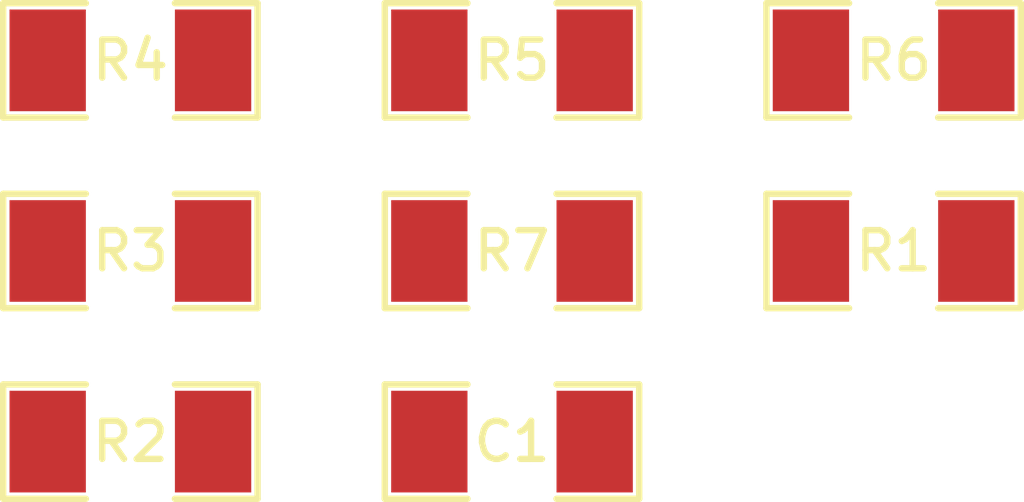
<source format=kicad_pcb>
(kicad_pcb (version 3) (host pcbnew "(2013-07-07 BZR 4022)-stable")

  (general
    (links 7)
    (no_connects 7)
    (area 0 0 0 0)
    (thickness 1.6)
    (drawings 0)
    (tracks 0)
    (zones 0)
    (modules 8)
    (nets 10)
  )

  (page A3)
  (layers
    (15 F.Cu signal)
    (0 B.Cu signal)
    (16 B.Adhes user)
    (17 F.Adhes user)
    (18 B.Paste user)
    (19 F.Paste user)
    (20 B.SilkS user)
    (21 F.SilkS user)
    (22 B.Mask user)
    (23 F.Mask user)
    (24 Dwgs.User user)
    (25 Cmts.User user)
    (26 Eco1.User user)
    (27 Eco2.User user)
    (28 Edge.Cuts user)
  )

  (setup
    (last_trace_width 0.254)
    (trace_clearance 0.254)
    (zone_clearance 0.508)
    (zone_45_only no)
    (trace_min 0.254)
    (segment_width 0.2)
    (edge_width 0.1)
    (via_size 0.889)
    (via_drill 0.635)
    (via_min_size 0.889)
    (via_min_drill 0.508)
    (uvia_size 0.508)
    (uvia_drill 0.127)
    (uvias_allowed no)
    (uvia_min_size 0.508)
    (uvia_min_drill 0.127)
    (pcb_text_width 0.3)
    (pcb_text_size 1.5 1.5)
    (mod_edge_width 0.15)
    (mod_text_size 1 1)
    (mod_text_width 0.15)
    (pad_size 1.5 1.5)
    (pad_drill 0.6)
    (pad_to_mask_clearance 0)
    (aux_axis_origin 0 0)
    (visible_elements FFFFFFBF)
    (pcbplotparams
      (layerselection 3178497)
      (usegerberextensions true)
      (excludeedgelayer true)
      (linewidth 0.150000)
      (plotframeref false)
      (viasonmask false)
      (mode 1)
      (useauxorigin false)
      (hpglpennumber 1)
      (hpglpenspeed 20)
      (hpglpendiameter 15)
      (hpglpenoverlay 2)
      (psnegative false)
      (psa4output false)
      (plotreference true)
      (plotvalue true)
      (plotothertext true)
      (plotinvisibletext false)
      (padsonsilk false)
      (subtractmaskfromsilk false)
      (outputformat 1)
      (mirror false)
      (drillshape 1)
      (scaleselection 1)
      (outputdirectory ""))
  )

  (net 0 "")
  (net 1 /GR0)
  (net 2 /GR1)
  (net 3 /RA)
  (net 4 /RSCL)
  (net 5 /RSDA)
  (net 6 /VR0)
  (net 7 /VR1)
  (net 8 GND)
  (net 9 VCC)

  (net_class Default "This is the default net class."
    (clearance 0.254)
    (trace_width 0.254)
    (via_dia 0.889)
    (via_drill 0.635)
    (uvia_dia 0.508)
    (uvia_drill 0.127)
    (add_net "")
    (add_net /GR0)
    (add_net /GR1)
    (add_net /RA)
    (add_net /RSCL)
    (add_net /RSDA)
    (add_net /VR0)
    (add_net /VR1)
    (add_net GND)
    (add_net VCC)
  )

  (module SM1206 (layer F.Cu) (tedit 42806E24) (tstamp 552813B7)
    (at 1.27 1.27)
    (path /5527F7F8)
    (attr smd)
    (fp_text reference R4 (at 0 0) (layer F.SilkS)
      (effects (font (size 0.762 0.762) (thickness 0.127)))
    )
    (fp_text value 10k (at 0 0) (layer F.SilkS) hide
      (effects (font (size 0.762 0.762) (thickness 0.127)))
    )
    (fp_line (start -2.54 -1.143) (end -2.54 1.143) (layer F.SilkS) (width 0.127))
    (fp_line (start -2.54 1.143) (end -0.889 1.143) (layer F.SilkS) (width 0.127))
    (fp_line (start 0.889 -1.143) (end 2.54 -1.143) (layer F.SilkS) (width 0.127))
    (fp_line (start 2.54 -1.143) (end 2.54 1.143) (layer F.SilkS) (width 0.127))
    (fp_line (start 2.54 1.143) (end 0.889 1.143) (layer F.SilkS) (width 0.127))
    (fp_line (start -0.889 -1.143) (end -2.54 -1.143) (layer F.SilkS) (width 0.127))
    (pad 1 smd rect (at -1.651 0) (size 1.524 2.032)
      (layers F.Cu F.Paste F.Mask)
      (net 9 VCC)
    )
    (pad 2 smd rect (at 1.651 0) (size 1.524 2.032)
      (layers F.Cu F.Paste F.Mask)
      (net 3 /RA)
    )
    (model smd/chip_cms.wrl
      (at (xyz 0 0 0))
      (scale (xyz 0.17 0.16 0.16))
      (rotate (xyz 0 0 0))
    )
  )

  (module SM1206 (layer F.Cu) (tedit 42806E24) (tstamp 552813C3)
    (at 8.89 1.27)
    (path /5527F807)
    (attr smd)
    (fp_text reference R5 (at 0 0) (layer F.SilkS)
      (effects (font (size 0.762 0.762) (thickness 0.127)))
    )
    (fp_text value 10k (at 0 0) (layer F.SilkS) hide
      (effects (font (size 0.762 0.762) (thickness 0.127)))
    )
    (fp_line (start -2.54 -1.143) (end -2.54 1.143) (layer F.SilkS) (width 0.127))
    (fp_line (start -2.54 1.143) (end -0.889 1.143) (layer F.SilkS) (width 0.127))
    (fp_line (start 0.889 -1.143) (end 2.54 -1.143) (layer F.SilkS) (width 0.127))
    (fp_line (start 2.54 -1.143) (end 2.54 1.143) (layer F.SilkS) (width 0.127))
    (fp_line (start 2.54 1.143) (end 0.889 1.143) (layer F.SilkS) (width 0.127))
    (fp_line (start -0.889 -1.143) (end -2.54 -1.143) (layer F.SilkS) (width 0.127))
    (pad 1 smd rect (at -1.651 0) (size 1.524 2.032)
      (layers F.Cu F.Paste F.Mask)
      (net 9 VCC)
    )
    (pad 2 smd rect (at 1.651 0) (size 1.524 2.032)
      (layers F.Cu F.Paste F.Mask)
      (net 5 /RSDA)
    )
    (model smd/chip_cms.wrl
      (at (xyz 0 0 0))
      (scale (xyz 0.17 0.16 0.16))
      (rotate (xyz 0 0 0))
    )
  )

  (module SM1206 (layer F.Cu) (tedit 42806E24) (tstamp 552813CF)
    (at 16.51 1.27)
    (path /5527F816)
    (attr smd)
    (fp_text reference R6 (at 0 0) (layer F.SilkS)
      (effects (font (size 0.762 0.762) (thickness 0.127)))
    )
    (fp_text value 10k (at 0 0) (layer F.SilkS) hide
      (effects (font (size 0.762 0.762) (thickness 0.127)))
    )
    (fp_line (start -2.54 -1.143) (end -2.54 1.143) (layer F.SilkS) (width 0.127))
    (fp_line (start -2.54 1.143) (end -0.889 1.143) (layer F.SilkS) (width 0.127))
    (fp_line (start 0.889 -1.143) (end 2.54 -1.143) (layer F.SilkS) (width 0.127))
    (fp_line (start 2.54 -1.143) (end 2.54 1.143) (layer F.SilkS) (width 0.127))
    (fp_line (start 2.54 1.143) (end 0.889 1.143) (layer F.SilkS) (width 0.127))
    (fp_line (start -0.889 -1.143) (end -2.54 -1.143) (layer F.SilkS) (width 0.127))
    (pad 1 smd rect (at -1.651 0) (size 1.524 2.032)
      (layers F.Cu F.Paste F.Mask)
      (net 9 VCC)
    )
    (pad 2 smd rect (at 1.651 0) (size 1.524 2.032)
      (layers F.Cu F.Paste F.Mask)
      (net 4 /RSCL)
    )
    (model smd/chip_cms.wrl
      (at (xyz 0 0 0))
      (scale (xyz 0.17 0.16 0.16))
      (rotate (xyz 0 0 0))
    )
  )

  (module SM1206 (layer F.Cu) (tedit 42806E24) (tstamp 552813DB)
    (at 1.27 5.08)
    (path /5527FA76)
    (attr smd)
    (fp_text reference R3 (at 0 0) (layer F.SilkS)
      (effects (font (size 0.762 0.762) (thickness 0.127)))
    )
    (fp_text value 10k (at 0 0) (layer F.SilkS) hide
      (effects (font (size 0.762 0.762) (thickness 0.127)))
    )
    (fp_line (start -2.54 -1.143) (end -2.54 1.143) (layer F.SilkS) (width 0.127))
    (fp_line (start -2.54 1.143) (end -0.889 1.143) (layer F.SilkS) (width 0.127))
    (fp_line (start 0.889 -1.143) (end 2.54 -1.143) (layer F.SilkS) (width 0.127))
    (fp_line (start 2.54 -1.143) (end 2.54 1.143) (layer F.SilkS) (width 0.127))
    (fp_line (start 2.54 1.143) (end 0.889 1.143) (layer F.SilkS) (width 0.127))
    (fp_line (start -0.889 -1.143) (end -2.54 -1.143) (layer F.SilkS) (width 0.127))
    (pad 1 smd rect (at -1.651 0) (size 1.524 2.032)
      (layers F.Cu F.Paste F.Mask)
      (net 9 VCC)
    )
    (pad 2 smd rect (at 1.651 0) (size 1.524 2.032)
      (layers F.Cu F.Paste F.Mask)
      (net 7 /VR1)
    )
    (model smd/chip_cms.wrl
      (at (xyz 0 0 0))
      (scale (xyz 0.17 0.16 0.16))
      (rotate (xyz 0 0 0))
    )
  )

  (module SM1206 (layer F.Cu) (tedit 42806E24) (tstamp 552813E7)
    (at 8.89 5.08)
    (path /5527FA85)
    (attr smd)
    (fp_text reference R7 (at 0 0) (layer F.SilkS)
      (effects (font (size 0.762 0.762) (thickness 0.127)))
    )
    (fp_text value 10k (at 0 0) (layer F.SilkS) hide
      (effects (font (size 0.762 0.762) (thickness 0.127)))
    )
    (fp_line (start -2.54 -1.143) (end -2.54 1.143) (layer F.SilkS) (width 0.127))
    (fp_line (start -2.54 1.143) (end -0.889 1.143) (layer F.SilkS) (width 0.127))
    (fp_line (start 0.889 -1.143) (end 2.54 -1.143) (layer F.SilkS) (width 0.127))
    (fp_line (start 2.54 -1.143) (end 2.54 1.143) (layer F.SilkS) (width 0.127))
    (fp_line (start 2.54 1.143) (end 0.889 1.143) (layer F.SilkS) (width 0.127))
    (fp_line (start -0.889 -1.143) (end -2.54 -1.143) (layer F.SilkS) (width 0.127))
    (pad 1 smd rect (at -1.651 0) (size 1.524 2.032)
      (layers F.Cu F.Paste F.Mask)
      (net 9 VCC)
    )
    (pad 2 smd rect (at 1.651 0) (size 1.524 2.032)
      (layers F.Cu F.Paste F.Mask)
      (net 6 /VR0)
    )
    (model smd/chip_cms.wrl
      (at (xyz 0 0 0))
      (scale (xyz 0.17 0.16 0.16))
      (rotate (xyz 0 0 0))
    )
  )

  (module SM1206 (layer F.Cu) (tedit 42806E24) (tstamp 552813F3)
    (at 16.51 5.08)
    (path /5527FAF9)
    (attr smd)
    (fp_text reference R1 (at 0 0) (layer F.SilkS)
      (effects (font (size 0.762 0.762) (thickness 0.127)))
    )
    (fp_text value 10k (at 0 0) (layer F.SilkS) hide
      (effects (font (size 0.762 0.762) (thickness 0.127)))
    )
    (fp_line (start -2.54 -1.143) (end -2.54 1.143) (layer F.SilkS) (width 0.127))
    (fp_line (start -2.54 1.143) (end -0.889 1.143) (layer F.SilkS) (width 0.127))
    (fp_line (start 0.889 -1.143) (end 2.54 -1.143) (layer F.SilkS) (width 0.127))
    (fp_line (start 2.54 -1.143) (end 2.54 1.143) (layer F.SilkS) (width 0.127))
    (fp_line (start 2.54 1.143) (end 0.889 1.143) (layer F.SilkS) (width 0.127))
    (fp_line (start -0.889 -1.143) (end -2.54 -1.143) (layer F.SilkS) (width 0.127))
    (pad 1 smd rect (at -1.651 0) (size 1.524 2.032)
      (layers F.Cu F.Paste F.Mask)
      (net 8 GND)
    )
    (pad 2 smd rect (at 1.651 0) (size 1.524 2.032)
      (layers F.Cu F.Paste F.Mask)
      (net 2 /GR1)
    )
    (model smd/chip_cms.wrl
      (at (xyz 0 0 0))
      (scale (xyz 0.17 0.16 0.16))
      (rotate (xyz 0 0 0))
    )
  )

  (module SM1206 (layer F.Cu) (tedit 42806E24) (tstamp 552813FF)
    (at 1.27 8.89)
    (path /5527FDE2)
    (attr smd)
    (fp_text reference R2 (at 0 0) (layer F.SilkS)
      (effects (font (size 0.762 0.762) (thickness 0.127)))
    )
    (fp_text value 10k (at 0 0) (layer F.SilkS) hide
      (effects (font (size 0.762 0.762) (thickness 0.127)))
    )
    (fp_line (start -2.54 -1.143) (end -2.54 1.143) (layer F.SilkS) (width 0.127))
    (fp_line (start -2.54 1.143) (end -0.889 1.143) (layer F.SilkS) (width 0.127))
    (fp_line (start 0.889 -1.143) (end 2.54 -1.143) (layer F.SilkS) (width 0.127))
    (fp_line (start 2.54 -1.143) (end 2.54 1.143) (layer F.SilkS) (width 0.127))
    (fp_line (start 2.54 1.143) (end 0.889 1.143) (layer F.SilkS) (width 0.127))
    (fp_line (start -0.889 -1.143) (end -2.54 -1.143) (layer F.SilkS) (width 0.127))
    (pad 1 smd rect (at -1.651 0) (size 1.524 2.032)
      (layers F.Cu F.Paste F.Mask)
      (net 8 GND)
    )
    (pad 2 smd rect (at 1.651 0) (size 1.524 2.032)
      (layers F.Cu F.Paste F.Mask)
      (net 1 /GR0)
    )
    (model smd/chip_cms.wrl
      (at (xyz 0 0 0))
      (scale (xyz 0.17 0.16 0.16))
      (rotate (xyz 0 0 0))
    )
  )

  (module SM1206 (layer F.Cu) (tedit 42806E24) (tstamp 5528140B)
    (at 8.89 8.89)
    (path /552802EE)
    (attr smd)
    (fp_text reference C1 (at 0 0) (layer F.SilkS)
      (effects (font (size 0.762 0.762) (thickness 0.127)))
    )
    (fp_text value 0.1uF (at 0 0) (layer F.SilkS) hide
      (effects (font (size 0.762 0.762) (thickness 0.127)))
    )
    (fp_line (start -2.54 -1.143) (end -2.54 1.143) (layer F.SilkS) (width 0.127))
    (fp_line (start -2.54 1.143) (end -0.889 1.143) (layer F.SilkS) (width 0.127))
    (fp_line (start 0.889 -1.143) (end 2.54 -1.143) (layer F.SilkS) (width 0.127))
    (fp_line (start 2.54 -1.143) (end 2.54 1.143) (layer F.SilkS) (width 0.127))
    (fp_line (start 2.54 1.143) (end 0.889 1.143) (layer F.SilkS) (width 0.127))
    (fp_line (start -0.889 -1.143) (end -2.54 -1.143) (layer F.SilkS) (width 0.127))
    (pad 1 smd rect (at -1.651 0) (size 1.524 2.032)
      (layers F.Cu F.Paste F.Mask)
      (net 9 VCC)
    )
    (pad 2 smd rect (at 1.651 0) (size 1.524 2.032)
      (layers F.Cu F.Paste F.Mask)
      (net 8 GND)
    )
    (model smd/chip_cms.wrl
      (at (xyz 0 0 0))
      (scale (xyz 0.17 0.16 0.16))
      (rotate (xyz 0 0 0))
    )
  )

)

</source>
